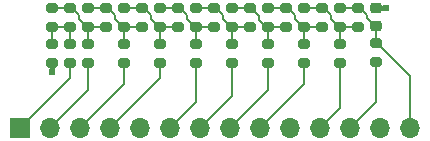
<source format=gbr>
%TF.GenerationSoftware,KiCad,Pcbnew,8.0.8-8.0.8-0~ubuntu24.04.1*%
%TF.CreationDate,2025-02-12T12:18:38-05:00*%
%TF.ProjectId,r2rdac,72327264-6163-42e6-9b69-6361645f7063,rev?*%
%TF.SameCoordinates,Original*%
%TF.FileFunction,Copper,L1,Top*%
%TF.FilePolarity,Positive*%
%FSLAX46Y46*%
G04 Gerber Fmt 4.6, Leading zero omitted, Abs format (unit mm)*
G04 Created by KiCad (PCBNEW 8.0.8-8.0.8-0~ubuntu24.04.1) date 2025-02-12 12:18:38*
%MOMM*%
%LPD*%
G01*
G04 APERTURE LIST*
G04 Aperture macros list*
%AMRoundRect*
0 Rectangle with rounded corners*
0 $1 Rounding radius*
0 $2 $3 $4 $5 $6 $7 $8 $9 X,Y pos of 4 corners*
0 Add a 4 corners polygon primitive as box body*
4,1,4,$2,$3,$4,$5,$6,$7,$8,$9,$2,$3,0*
0 Add four circle primitives for the rounded corners*
1,1,$1+$1,$2,$3*
1,1,$1+$1,$4,$5*
1,1,$1+$1,$6,$7*
1,1,$1+$1,$8,$9*
0 Add four rect primitives between the rounded corners*
20,1,$1+$1,$2,$3,$4,$5,0*
20,1,$1+$1,$4,$5,$6,$7,0*
20,1,$1+$1,$6,$7,$8,$9,0*
20,1,$1+$1,$8,$9,$2,$3,0*%
G04 Aperture macros list end*
%TA.AperFunction,SMDPad,CuDef*%
%ADD10RoundRect,0.200000X0.275000X-0.200000X0.275000X0.200000X-0.275000X0.200000X-0.275000X-0.200000X0*%
%TD*%
%TA.AperFunction,SMDPad,CuDef*%
%ADD11RoundRect,0.200000X-0.275000X0.200000X-0.275000X-0.200000X0.275000X-0.200000X0.275000X0.200000X0*%
%TD*%
%TA.AperFunction,SMDPad,CuDef*%
%ADD12RoundRect,0.225000X0.250000X-0.225000X0.250000X0.225000X-0.250000X0.225000X-0.250000X-0.225000X0*%
%TD*%
%TA.AperFunction,ComponentPad*%
%ADD13R,1.700000X1.700000*%
%TD*%
%TA.AperFunction,ComponentPad*%
%ADD14O,1.700000X1.700000*%
%TD*%
%TA.AperFunction,ViaPad*%
%ADD15C,0.609600*%
%TD*%
%TA.AperFunction,Conductor*%
%ADD16C,0.381000*%
%TD*%
%TA.AperFunction,Conductor*%
%ADD17C,0.152400*%
%TD*%
G04 APERTURE END LIST*
D10*
%TO.P,R12,1*%
%TO.N,Net-(R10-Pad2)*%
X115951000Y-88010000D03*
%TO.P,R12,2*%
%TO.N,Net-(R12-Pad2)*%
X115951000Y-86360000D03*
%TD*%
D11*
%TO.P,R1,1*%
%TO.N,Net-(R1-Pad1)*%
X106807000Y-89408000D03*
%TO.P,R1,2*%
%TO.N,GND*%
X106807000Y-91058000D03*
%TD*%
D10*
%TO.P,R19,1*%
%TO.N,Net-(R15-Pad2)*%
X123571000Y-88010000D03*
%TO.P,R19,2*%
%TO.N,Net-(R18-Pad2)*%
X123571000Y-86360000D03*
%TD*%
%TO.P,R9,1*%
%TO.N,Net-(R10-Pad1)*%
X112903000Y-88010000D03*
%TO.P,R9,2*%
%TO.N,Net-(R10-Pad2)*%
X112903000Y-86360000D03*
%TD*%
%TO.P,R7,1*%
%TO.N,Net-(R3-Pad2)*%
X111379000Y-88010000D03*
%TO.P,R7,2*%
%TO.N,Net-(R10-Pad1)*%
X111379000Y-86360000D03*
%TD*%
%TO.P,R21,1*%
%TO.N,Net-(R18-Pad2)*%
X125095000Y-88010000D03*
%TO.P,R21,2*%
%TO.N,Net-(R21-Pad2)*%
X125095000Y-86360000D03*
%TD*%
%TO.P,R27,1*%
%TO.N,Net-(R24-Pad2)*%
X131191000Y-88010000D03*
%TO.P,R27,2*%
%TO.N,/Vout*%
X131191000Y-86360000D03*
%TD*%
%TO.P,R13,1*%
%TO.N,Net-(R10-Pad2)*%
X117475000Y-88010000D03*
%TO.P,R13,2*%
%TO.N,Net-(R12-Pad2)*%
X117475000Y-86360000D03*
%TD*%
%TO.P,R28,1*%
%TO.N,Net-(R24-Pad2)*%
X132715000Y-88010000D03*
%TO.P,R28,2*%
%TO.N,/Vout*%
X132715000Y-86360000D03*
%TD*%
D11*
%TO.P,R2,1*%
%TO.N,Net-(R1-Pad1)*%
X108331000Y-89408000D03*
%TO.P,R2,2*%
%TO.N,/D0*%
X108331000Y-91058000D03*
%TD*%
D10*
%TO.P,R22,1*%
%TO.N,Net-(R18-Pad2)*%
X126619000Y-88010000D03*
%TO.P,R22,2*%
%TO.N,Net-(R21-Pad2)*%
X126619000Y-86360000D03*
%TD*%
D12*
%TO.P,C1,1*%
%TO.N,/Vout*%
X134239000Y-87960000D03*
%TO.P,C1,2*%
%TO.N,GND*%
X134239000Y-86410000D03*
%TD*%
D10*
%TO.P,R10,1*%
%TO.N,Net-(R10-Pad1)*%
X114427000Y-88010000D03*
%TO.P,R10,2*%
%TO.N,Net-(R10-Pad2)*%
X114427000Y-86360000D03*
%TD*%
D11*
%TO.P,R17,1*%
%TO.N,Net-(R15-Pad2)*%
X122047000Y-89408000D03*
%TO.P,R17,2*%
%TO.N,/D5*%
X122047000Y-91058000D03*
%TD*%
%TO.P,R8,1*%
%TO.N,Net-(R10-Pad1)*%
X112903000Y-89408000D03*
%TO.P,R8,2*%
%TO.N,/D2*%
X112903000Y-91058000D03*
%TD*%
D10*
%TO.P,R16,1*%
%TO.N,Net-(R12-Pad2)*%
X120523000Y-88010000D03*
%TO.P,R16,2*%
%TO.N,Net-(R15-Pad2)*%
X120523000Y-86360000D03*
%TD*%
%TO.P,R4,1*%
%TO.N,Net-(R1-Pad1)*%
X108331000Y-88010000D03*
%TO.P,R4,2*%
%TO.N,Net-(R3-Pad2)*%
X108331000Y-86360000D03*
%TD*%
%TO.P,R24,1*%
%TO.N,Net-(R21-Pad2)*%
X128143000Y-88010000D03*
%TO.P,R24,2*%
%TO.N,Net-(R24-Pad2)*%
X128143000Y-86360000D03*
%TD*%
D11*
%TO.P,R29,1*%
%TO.N,/Vout*%
X134239000Y-89345000D03*
%TO.P,R29,2*%
%TO.N,/D9*%
X134239000Y-90995000D03*
%TD*%
D10*
%TO.P,R18,1*%
%TO.N,Net-(R15-Pad2)*%
X122047000Y-88010000D03*
%TO.P,R18,2*%
%TO.N,Net-(R18-Pad2)*%
X122047000Y-86360000D03*
%TD*%
%TO.P,R3,1*%
%TO.N,Net-(R1-Pad1)*%
X106807000Y-88010000D03*
%TO.P,R3,2*%
%TO.N,Net-(R3-Pad2)*%
X106807000Y-86360000D03*
%TD*%
D11*
%TO.P,R11,1*%
%TO.N,Net-(R10-Pad2)*%
X115951000Y-89408000D03*
%TO.P,R11,2*%
%TO.N,/D3*%
X115951000Y-91058000D03*
%TD*%
%TO.P,R20,1*%
%TO.N,Net-(R18-Pad2)*%
X125095000Y-89408000D03*
%TO.P,R20,2*%
%TO.N,/D6*%
X125095000Y-91058000D03*
%TD*%
D10*
%TO.P,R6,1*%
%TO.N,Net-(R3-Pad2)*%
X109855000Y-88010000D03*
%TO.P,R6,2*%
%TO.N,Net-(R10-Pad1)*%
X109855000Y-86360000D03*
%TD*%
D11*
%TO.P,R5,1*%
%TO.N,Net-(R3-Pad2)*%
X109855000Y-89408000D03*
%TO.P,R5,2*%
%TO.N,/D1*%
X109855000Y-91058000D03*
%TD*%
%TO.P,R26,1*%
%TO.N,Net-(R24-Pad2)*%
X131191000Y-89408000D03*
%TO.P,R26,2*%
%TO.N,/D8*%
X131191000Y-91058000D03*
%TD*%
%TO.P,R14,1*%
%TO.N,Net-(R12-Pad2)*%
X118999000Y-89408000D03*
%TO.P,R14,2*%
%TO.N,/D4*%
X118999000Y-91058000D03*
%TD*%
D10*
%TO.P,R25,1*%
%TO.N,Net-(R21-Pad2)*%
X129667000Y-88010000D03*
%TO.P,R25,2*%
%TO.N,Net-(R24-Pad2)*%
X129667000Y-86360000D03*
%TD*%
D11*
%TO.P,R23,1*%
%TO.N,Net-(R21-Pad2)*%
X128143000Y-89408000D03*
%TO.P,R23,2*%
%TO.N,/D7*%
X128143000Y-91058000D03*
%TD*%
D10*
%TO.P,R15,1*%
%TO.N,Net-(R12-Pad2)*%
X118999000Y-88010000D03*
%TO.P,R15,2*%
%TO.N,Net-(R15-Pad2)*%
X118999000Y-86360000D03*
%TD*%
D13*
%TO.P,J1,1,Pin_1*%
%TO.N,/D0*%
X104140000Y-96520000D03*
D14*
%TO.P,J1,2,Pin_2*%
%TO.N,/D1*%
X106680000Y-96520000D03*
%TO.P,J1,3,Pin_3*%
%TO.N,/D2*%
X109220000Y-96520000D03*
%TO.P,J1,4,Pin_4*%
%TO.N,/D3*%
X111760000Y-96520000D03*
%TO.P,J1,5,Pin_5*%
%TO.N,GND*%
X114300000Y-96520000D03*
%TO.P,J1,6,Pin_6*%
%TO.N,/D4*%
X116840000Y-96520000D03*
%TO.P,J1,7,Pin_7*%
%TO.N,/D5*%
X119380000Y-96520000D03*
%TO.P,J1,8,Pin_8*%
%TO.N,/D6*%
X121920000Y-96520000D03*
%TO.P,J1,9,Pin_9*%
%TO.N,/D7*%
X124460000Y-96520000D03*
%TO.P,J1,10,Pin_10*%
%TO.N,GND*%
X127000000Y-96520000D03*
%TO.P,J1,11,Pin_11*%
%TO.N,/D8*%
X129540000Y-96520000D03*
%TO.P,J1,12,Pin_12*%
%TO.N,/D9*%
X132080000Y-96520000D03*
%TO.P,J1,13,Pin_13*%
%TO.N,GND*%
X134620000Y-96520000D03*
%TO.P,J1,14,Pin_14*%
%TO.N,/Vout*%
X137160000Y-96520000D03*
%TD*%
D15*
%TO.N,GND*%
X135102600Y-86410800D03*
X106807000Y-91795600D03*
%TD*%
D16*
%TO.N,GND*%
X134239000Y-86410000D02*
X135101800Y-86410000D01*
X135101800Y-86410000D02*
X135102600Y-86410800D01*
X106807000Y-91058000D02*
X106807000Y-91795600D01*
D17*
%TO.N,/Vout*%
X134379200Y-89345000D02*
X137160000Y-92125800D01*
X137160000Y-92125800D02*
X137160000Y-96520000D01*
X133477000Y-87249000D02*
X134188000Y-87960000D01*
X132715000Y-86360000D02*
X132816600Y-86360000D01*
X134239000Y-89345000D02*
X134379200Y-89345000D01*
X131191000Y-86360000D02*
X132715000Y-86360000D01*
X134188000Y-87960000D02*
X134239000Y-87960000D01*
X134239000Y-89345000D02*
X134239000Y-87960000D01*
X132816600Y-86360000D02*
X133477000Y-87020400D01*
X133477000Y-87020400D02*
X133477000Y-87249000D01*
%TO.N,/D3*%
X115951000Y-92329000D02*
X111760000Y-96520000D01*
X115951000Y-91058000D02*
X115951000Y-92329000D01*
%TO.N,/D6*%
X125095000Y-91058000D02*
X125095000Y-93345000D01*
X125095000Y-93345000D02*
X121920000Y-96520000D01*
%TO.N,/D7*%
X128143000Y-91058000D02*
X128143000Y-92837000D01*
X128143000Y-92837000D02*
X124460000Y-96520000D01*
%TO.N,/D1*%
X109855000Y-91058000D02*
X109855000Y-93345000D01*
X109855000Y-93345000D02*
X106680000Y-96520000D01*
%TO.N,/D0*%
X108331000Y-92329000D02*
X104140000Y-96520000D01*
X108331000Y-91058000D02*
X108331000Y-92329000D01*
%TO.N,/D2*%
X112903000Y-92837000D02*
X109220000Y-96520000D01*
X112903000Y-91058000D02*
X112903000Y-92837000D01*
%TO.N,/D4*%
X118999000Y-94361000D02*
X116840000Y-96520000D01*
X118999000Y-91058000D02*
X118999000Y-94361000D01*
%TO.N,/D9*%
X134239000Y-90995000D02*
X134239000Y-94361000D01*
X134239000Y-94361000D02*
X132080000Y-96520000D01*
%TO.N,/D8*%
X131191000Y-91058000D02*
X131191000Y-94869000D01*
X131191000Y-94869000D02*
X129540000Y-96520000D01*
%TO.N,/D5*%
X122047000Y-91058000D02*
X122047000Y-93853000D01*
X122047000Y-93853000D02*
X119380000Y-96520000D01*
%TO.N,Net-(R1-Pad1)*%
X106807000Y-88010000D02*
X106807000Y-89408000D01*
X108331000Y-89408000D02*
X108331000Y-88010000D01*
X108331000Y-88010000D02*
X106807000Y-88010000D01*
%TO.N,Net-(R3-Pad2)*%
X111379000Y-88010000D02*
X109855000Y-88010000D01*
X108432600Y-86360000D02*
X108331000Y-86360000D01*
X109752400Y-88010000D02*
X109093000Y-87350600D01*
X109093000Y-87350600D02*
X109093000Y-87020400D01*
X109855000Y-89408000D02*
X109855000Y-88010000D01*
X109855000Y-88010000D02*
X109752400Y-88010000D01*
X106807000Y-86360000D02*
X108331000Y-86360000D01*
X109093000Y-87020400D02*
X108432600Y-86360000D01*
%TO.N,Net-(R10-Pad1)*%
X112141000Y-87350600D02*
X112800400Y-88010000D01*
X112800400Y-88010000D02*
X112903000Y-88010000D01*
X112903000Y-89408000D02*
X112903000Y-88010000D01*
X109855000Y-86360000D02*
X111379000Y-86360000D01*
X111480600Y-86360000D02*
X112141000Y-87020400D01*
X112903000Y-88010000D02*
X114427000Y-88010000D01*
X112141000Y-87020400D02*
X112141000Y-87350600D01*
X111379000Y-86360000D02*
X111480600Y-86360000D01*
%TO.N,Net-(R10-Pad2)*%
X114427000Y-86360000D02*
X114528600Y-86360000D01*
X115951000Y-89408000D02*
X115951000Y-88010000D01*
X115189000Y-87020400D02*
X115189000Y-87325200D01*
X115189000Y-87325200D02*
X115873800Y-88010000D01*
X115951000Y-88010000D02*
X117475000Y-88010000D01*
X115873800Y-88010000D02*
X115951000Y-88010000D01*
X112903000Y-86360000D02*
X114427000Y-86360000D01*
X114528600Y-86360000D02*
X115189000Y-87020400D01*
%TO.N,Net-(R12-Pad2)*%
X118896400Y-88010000D02*
X118999000Y-88010000D01*
X118237000Y-87350600D02*
X118896400Y-88010000D01*
X118999000Y-89408000D02*
X118999000Y-88010000D01*
X118237000Y-87020400D02*
X118237000Y-87350600D01*
X118999000Y-88010000D02*
X120523000Y-88010000D01*
X117576600Y-86360000D02*
X118237000Y-87020400D01*
X117475000Y-86360000D02*
X117576600Y-86360000D01*
X115951000Y-86360000D02*
X117475000Y-86360000D01*
%TO.N,Net-(R15-Pad2)*%
X121285000Y-87325200D02*
X121969800Y-88010000D01*
X120523000Y-86360000D02*
X120650000Y-86360000D01*
X121969800Y-88010000D02*
X122047000Y-88010000D01*
X121285000Y-86995000D02*
X121285000Y-87325200D01*
X118999000Y-86360000D02*
X120523000Y-86360000D01*
X122047000Y-89408000D02*
X122047000Y-88010000D01*
X122047000Y-88010000D02*
X123571000Y-88010000D01*
X120650000Y-86360000D02*
X121285000Y-86995000D01*
%TO.N,Net-(R18-Pad2)*%
X125095000Y-88010000D02*
X125095000Y-89408000D01*
X124967000Y-88010000D02*
X125095000Y-88010000D01*
X125095000Y-88010000D02*
X126619000Y-88010000D01*
X122047000Y-86360000D02*
X123571000Y-86360000D01*
X124333000Y-87376000D02*
X124967000Y-88010000D01*
X123571000Y-86360000D02*
X123647200Y-86360000D01*
X123647200Y-86360000D02*
X124333000Y-87045800D01*
X124333000Y-87045800D02*
X124333000Y-87376000D01*
%TO.N,Net-(R21-Pad2)*%
X128143000Y-89408000D02*
X128143000Y-88010000D01*
X126619000Y-86360000D02*
X126746000Y-86360000D01*
X125095000Y-86360000D02*
X126619000Y-86360000D01*
X126746000Y-86360000D02*
X127381000Y-86995000D01*
X128143000Y-88010000D02*
X129667000Y-88010000D01*
X127381000Y-86995000D02*
X127381000Y-87350600D01*
X128040400Y-88010000D02*
X128143000Y-88010000D01*
X127381000Y-87350600D02*
X128040400Y-88010000D01*
%TO.N,Net-(R24-Pad2)*%
X131113800Y-88010000D02*
X131191000Y-88010000D01*
X131191000Y-89408000D02*
X131191000Y-88010000D01*
X129667000Y-86360000D02*
X129768600Y-86360000D01*
X130429000Y-87020400D02*
X130429000Y-87325200D01*
X130429000Y-87325200D02*
X131113800Y-88010000D01*
X131191000Y-88010000D02*
X132715000Y-88010000D01*
X129768600Y-86360000D02*
X130429000Y-87020400D01*
X128143000Y-86360000D02*
X129667000Y-86360000D01*
%TD*%
M02*

</source>
